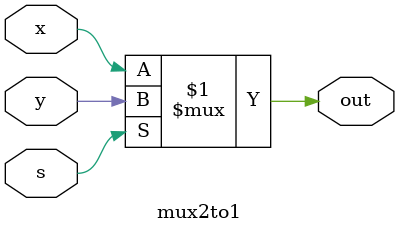
<source format=sv>
module part3(clock, reset, ParallelLoadn, RotateRight, ASRight, Data_IN, Q);
    input logic [3:0] Data_IN;
    input logic clock, reset, ParallelLoadn, RotateRight, ASRight;
    output logic [3:0] Q;
    logic [3:0] result;
    assign result = Data_IN;
    part3b p1(.left(Data_IN[0]), .right(Data_IN[2]), .clock(clock), .reset(reset), .loadn(ParallelLoadn), .LoadLeft(RotateRight), .D(Data_IN[3]), .Q(Q[3]), .ASRight(ASRight));
    part3a p2(.left(Data_IN[3]), .right(Data_IN[1]), .clock(clock), .reset(reset), .loadn(ParallelLoadn), .LoadLeft(RotateRight), .D(Data_IN[2]),  .Q(Q[2]));
    part3a p3(.left(Data_IN[2]), .right(Data_IN[0]), .clock(clock), .reset(reset), .loadn(ParallelLoadn), .LoadLeft(RotateRight), .D(Data_IN[1]), .Q(Q[1]));
    part3a p4(.left(Data_IN[1]), .right(Data_IN[3]), .clock(clock), .reset(reset), .loadn(ParallelLoadn), .LoadLeft(RotateRight), .D(Data_IN[0]), .Q(Q[0]));
   
endmodule


module part3a(left, right, LoadLeft,D, loadn, clock, reset, Q);
    input logic left, right, LoadLeft, loadn, clock, reset,D;
    output logic Q;
    wire logic w1, w2;
    mux2to1 m1(.x(right), .y(left), .s(LoadLeft), .out(w1));
    mux2to1 m2(.x(D), .y(w1), .s(loadn), .out(w2));
    always_ff @(posedge clock)
    begin
        if(reset)
            Q <= 0;
        else
            Q <= w2;
    end
endmodule
module part3b(left, right, LoadLeft,D, loadn, clock, reset, Q, ASRight);
    input logic left, right, LoadLeft, loadn, clock, reset,D, ASRight;
    output logic Q;
    wire logic w1, w2, w3;
    mux2to1 m1(.x(right), .y(left), .s(LoadLeft), .out(w1));
    mux2to1 m2(.x(D), .y(w1), .s(loadn), .out(w2));
    mux2to1 m3(.x(w2), .y(D), .s(ASRight), .out(w3));
    always_ff @(posedge clock)
    begin
        if(reset)
            Q <= 0;
        else
            Q <= w3;
    end
endmodule
module mux2to1(x, y, s, out);
    input logic x, y, s;
    output logic out;
    assign out = s ? y : x;
endmodule
</source>
